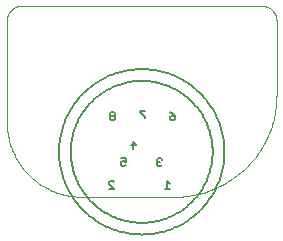
<source format=gbo>
G75*
%MOIN*%
%OFA0B0*%
%FSLAX25Y25*%
%IPPOS*%
%LPD*%
%AMOC8*
5,1,8,0,0,1.08239X$1,22.5*
%
%ADD10C,0.00000*%
%ADD11C,0.00700*%
%ADD12C,0.00500*%
D10*
X0026600Y0013809D02*
X0057514Y0013809D01*
X0026600Y0013809D02*
X0025996Y0013816D01*
X0025392Y0013838D01*
X0024789Y0013875D01*
X0024187Y0013926D01*
X0023587Y0013991D01*
X0022988Y0014071D01*
X0022391Y0014166D01*
X0021797Y0014275D01*
X0021205Y0014398D01*
X0020617Y0014535D01*
X0020032Y0014687D01*
X0019451Y0014853D01*
X0018875Y0015033D01*
X0018302Y0015226D01*
X0017735Y0015434D01*
X0017173Y0015655D01*
X0016616Y0015889D01*
X0016065Y0016137D01*
X0015520Y0016398D01*
X0014982Y0016673D01*
X0014450Y0016960D01*
X0013926Y0017260D01*
X0013409Y0017572D01*
X0012900Y0017897D01*
X0012398Y0018234D01*
X0011905Y0018584D01*
X0011421Y0018945D01*
X0010945Y0019317D01*
X0010479Y0019701D01*
X0010022Y0020096D01*
X0009575Y0020502D01*
X0009137Y0020919D01*
X0008710Y0021346D01*
X0008293Y0021784D01*
X0007887Y0022231D01*
X0007492Y0022688D01*
X0007108Y0023154D01*
X0006736Y0023630D01*
X0006375Y0024114D01*
X0006025Y0024607D01*
X0005688Y0025109D01*
X0005363Y0025618D01*
X0005051Y0026135D01*
X0004751Y0026659D01*
X0004464Y0027191D01*
X0004189Y0027729D01*
X0003928Y0028274D01*
X0003680Y0028825D01*
X0003446Y0029382D01*
X0003225Y0029944D01*
X0003017Y0030511D01*
X0002824Y0031084D01*
X0002644Y0031660D01*
X0002478Y0032241D01*
X0002326Y0032826D01*
X0002189Y0033414D01*
X0002066Y0034006D01*
X0001957Y0034600D01*
X0001862Y0035197D01*
X0001782Y0035796D01*
X0001717Y0036396D01*
X0001666Y0036998D01*
X0001629Y0037601D01*
X0001607Y0038205D01*
X0001600Y0038809D01*
X0001600Y0072510D01*
X0001602Y0072650D01*
X0001608Y0072790D01*
X0001618Y0072930D01*
X0001631Y0073070D01*
X0001649Y0073209D01*
X0001671Y0073348D01*
X0001696Y0073485D01*
X0001725Y0073623D01*
X0001758Y0073759D01*
X0001795Y0073894D01*
X0001836Y0074028D01*
X0001881Y0074161D01*
X0001929Y0074293D01*
X0001981Y0074423D01*
X0002036Y0074552D01*
X0002095Y0074679D01*
X0002158Y0074805D01*
X0002224Y0074929D01*
X0002293Y0075050D01*
X0002366Y0075170D01*
X0002443Y0075288D01*
X0002522Y0075403D01*
X0002605Y0075517D01*
X0002691Y0075627D01*
X0002780Y0075736D01*
X0002872Y0075842D01*
X0002967Y0075945D01*
X0003064Y0076046D01*
X0003165Y0076143D01*
X0003268Y0076238D01*
X0003374Y0076330D01*
X0003483Y0076419D01*
X0003593Y0076505D01*
X0003707Y0076588D01*
X0003822Y0076667D01*
X0003940Y0076744D01*
X0004060Y0076817D01*
X0004181Y0076886D01*
X0004305Y0076952D01*
X0004431Y0077015D01*
X0004558Y0077074D01*
X0004687Y0077129D01*
X0004817Y0077181D01*
X0004949Y0077229D01*
X0005082Y0077274D01*
X0005216Y0077315D01*
X0005351Y0077352D01*
X0005487Y0077385D01*
X0005625Y0077414D01*
X0005762Y0077439D01*
X0005901Y0077461D01*
X0006040Y0077479D01*
X0006180Y0077492D01*
X0006320Y0077502D01*
X0006460Y0077508D01*
X0006600Y0077510D01*
X0086521Y0077510D01*
X0086661Y0077508D01*
X0086801Y0077502D01*
X0086941Y0077492D01*
X0087081Y0077479D01*
X0087220Y0077461D01*
X0087359Y0077439D01*
X0087496Y0077414D01*
X0087634Y0077385D01*
X0087770Y0077352D01*
X0087905Y0077315D01*
X0088039Y0077274D01*
X0088172Y0077229D01*
X0088304Y0077181D01*
X0088434Y0077129D01*
X0088563Y0077074D01*
X0088690Y0077015D01*
X0088816Y0076952D01*
X0088940Y0076886D01*
X0089061Y0076817D01*
X0089181Y0076744D01*
X0089299Y0076667D01*
X0089414Y0076588D01*
X0089528Y0076505D01*
X0089638Y0076419D01*
X0089747Y0076330D01*
X0089853Y0076238D01*
X0089956Y0076143D01*
X0090057Y0076046D01*
X0090154Y0075945D01*
X0090249Y0075842D01*
X0090341Y0075736D01*
X0090430Y0075627D01*
X0090516Y0075517D01*
X0090599Y0075403D01*
X0090678Y0075288D01*
X0090755Y0075170D01*
X0090828Y0075050D01*
X0090897Y0074929D01*
X0090963Y0074805D01*
X0091026Y0074679D01*
X0091085Y0074552D01*
X0091140Y0074423D01*
X0091192Y0074293D01*
X0091240Y0074161D01*
X0091285Y0074028D01*
X0091326Y0073894D01*
X0091363Y0073759D01*
X0091396Y0073623D01*
X0091425Y0073485D01*
X0091450Y0073348D01*
X0091472Y0073209D01*
X0091490Y0073070D01*
X0091503Y0072930D01*
X0091513Y0072790D01*
X0091519Y0072650D01*
X0091521Y0072510D01*
X0091521Y0047817D01*
X0091522Y0047817D02*
X0091512Y0046995D01*
X0091482Y0046174D01*
X0091433Y0045354D01*
X0091363Y0044535D01*
X0091274Y0043718D01*
X0091165Y0042903D01*
X0091037Y0042092D01*
X0090888Y0041283D01*
X0090721Y0040479D01*
X0090534Y0039678D01*
X0090327Y0038883D01*
X0090102Y0038093D01*
X0089858Y0037308D01*
X0089594Y0036529D01*
X0089312Y0035758D01*
X0089011Y0034993D01*
X0088692Y0034235D01*
X0088355Y0033486D01*
X0088000Y0032745D01*
X0087627Y0032013D01*
X0087236Y0031290D01*
X0086828Y0030576D01*
X0086403Y0029873D01*
X0085961Y0029180D01*
X0085502Y0028498D01*
X0085027Y0027828D01*
X0084536Y0027169D01*
X0084029Y0026522D01*
X0083507Y0025887D01*
X0082969Y0025266D01*
X0082417Y0024657D01*
X0081850Y0024062D01*
X0081269Y0023481D01*
X0080674Y0022914D01*
X0080065Y0022362D01*
X0079444Y0021824D01*
X0078809Y0021302D01*
X0078162Y0020795D01*
X0077503Y0020304D01*
X0076833Y0019829D01*
X0076151Y0019370D01*
X0075458Y0018928D01*
X0074755Y0018503D01*
X0074041Y0018095D01*
X0073318Y0017704D01*
X0072586Y0017331D01*
X0071845Y0016976D01*
X0071096Y0016639D01*
X0070338Y0016320D01*
X0069573Y0016019D01*
X0068802Y0015737D01*
X0068023Y0015473D01*
X0067238Y0015229D01*
X0066448Y0015004D01*
X0065653Y0014797D01*
X0064852Y0014610D01*
X0064048Y0014443D01*
X0063239Y0014294D01*
X0062428Y0014166D01*
X0061613Y0014057D01*
X0060796Y0013968D01*
X0059977Y0013898D01*
X0059157Y0013849D01*
X0058336Y0013819D01*
X0057514Y0013809D01*
D11*
X0055947Y0016535D02*
X0054279Y0016535D01*
X0055113Y0016535D02*
X0055113Y0019038D01*
X0055947Y0018204D01*
X0052980Y0024134D02*
X0052146Y0024134D01*
X0051729Y0024551D01*
X0051729Y0024968D01*
X0052146Y0025385D01*
X0052563Y0025385D01*
X0052146Y0025385D02*
X0051729Y0025802D01*
X0051729Y0026219D01*
X0052146Y0026636D01*
X0052980Y0026636D01*
X0053397Y0026219D01*
X0053397Y0024551D02*
X0052980Y0024134D01*
X0044785Y0030961D02*
X0043117Y0030961D01*
X0043534Y0029710D02*
X0043534Y0032212D01*
X0044785Y0030961D01*
X0041262Y0026636D02*
X0041262Y0025385D01*
X0040428Y0025802D01*
X0040011Y0025802D01*
X0039594Y0025385D01*
X0039594Y0024551D01*
X0040011Y0024134D01*
X0040845Y0024134D01*
X0041262Y0024551D01*
X0041262Y0026636D02*
X0039594Y0026636D01*
X0036981Y0019038D02*
X0036147Y0019038D01*
X0035730Y0018621D01*
X0035730Y0018204D01*
X0037398Y0016535D01*
X0035730Y0016535D01*
X0037398Y0018621D02*
X0036981Y0019038D01*
X0037306Y0039434D02*
X0036472Y0039434D01*
X0036055Y0039851D01*
X0036055Y0040268D01*
X0036472Y0040685D01*
X0037306Y0040685D01*
X0037723Y0041102D01*
X0037723Y0041519D01*
X0037306Y0041936D01*
X0036472Y0041936D01*
X0036055Y0041519D01*
X0036055Y0041102D01*
X0036472Y0040685D01*
X0037306Y0040685D02*
X0037723Y0040268D01*
X0037723Y0039851D01*
X0037306Y0039434D01*
X0046055Y0042144D02*
X0047723Y0040476D01*
X0047723Y0040059D01*
X0047723Y0042561D02*
X0046055Y0042561D01*
X0046055Y0042144D01*
X0056055Y0041936D02*
X0056889Y0041519D01*
X0057723Y0040685D01*
X0056472Y0040685D01*
X0056055Y0040268D01*
X0056055Y0039851D01*
X0056472Y0039434D01*
X0057306Y0039434D01*
X0057723Y0039851D01*
X0057723Y0040685D01*
D12*
X0019041Y0028809D02*
X0019049Y0029485D01*
X0019074Y0030161D01*
X0019116Y0030836D01*
X0019174Y0031510D01*
X0019248Y0032183D01*
X0019339Y0032853D01*
X0019447Y0033521D01*
X0019571Y0034185D01*
X0019711Y0034847D01*
X0019867Y0035505D01*
X0020039Y0036159D01*
X0020228Y0036809D01*
X0020432Y0037454D01*
X0020652Y0038093D01*
X0020888Y0038727D01*
X0021139Y0039355D01*
X0021405Y0039977D01*
X0021687Y0040592D01*
X0021984Y0041200D01*
X0022295Y0041800D01*
X0022621Y0042393D01*
X0022962Y0042977D01*
X0023317Y0043553D01*
X0023686Y0044120D01*
X0024068Y0044678D01*
X0024464Y0045226D01*
X0024874Y0045764D01*
X0025297Y0046292D01*
X0025732Y0046810D01*
X0026180Y0047316D01*
X0026640Y0047812D01*
X0027113Y0048296D01*
X0027597Y0048769D01*
X0028093Y0049229D01*
X0028599Y0049677D01*
X0029117Y0050112D01*
X0029645Y0050535D01*
X0030183Y0050945D01*
X0030731Y0051341D01*
X0031289Y0051723D01*
X0031856Y0052092D01*
X0032432Y0052447D01*
X0033016Y0052788D01*
X0033609Y0053114D01*
X0034209Y0053425D01*
X0034817Y0053722D01*
X0035432Y0054004D01*
X0036054Y0054270D01*
X0036682Y0054521D01*
X0037316Y0054757D01*
X0037955Y0054977D01*
X0038600Y0055181D01*
X0039250Y0055370D01*
X0039904Y0055542D01*
X0040562Y0055698D01*
X0041224Y0055838D01*
X0041888Y0055962D01*
X0042556Y0056070D01*
X0043226Y0056161D01*
X0043899Y0056235D01*
X0044573Y0056293D01*
X0045248Y0056335D01*
X0045924Y0056360D01*
X0046600Y0056368D01*
X0047276Y0056360D01*
X0047952Y0056335D01*
X0048627Y0056293D01*
X0049301Y0056235D01*
X0049974Y0056161D01*
X0050644Y0056070D01*
X0051312Y0055962D01*
X0051976Y0055838D01*
X0052638Y0055698D01*
X0053296Y0055542D01*
X0053950Y0055370D01*
X0054600Y0055181D01*
X0055245Y0054977D01*
X0055884Y0054757D01*
X0056518Y0054521D01*
X0057146Y0054270D01*
X0057768Y0054004D01*
X0058383Y0053722D01*
X0058991Y0053425D01*
X0059591Y0053114D01*
X0060184Y0052788D01*
X0060768Y0052447D01*
X0061344Y0052092D01*
X0061911Y0051723D01*
X0062469Y0051341D01*
X0063017Y0050945D01*
X0063555Y0050535D01*
X0064083Y0050112D01*
X0064601Y0049677D01*
X0065107Y0049229D01*
X0065603Y0048769D01*
X0066087Y0048296D01*
X0066560Y0047812D01*
X0067020Y0047316D01*
X0067468Y0046810D01*
X0067903Y0046292D01*
X0068326Y0045764D01*
X0068736Y0045226D01*
X0069132Y0044678D01*
X0069514Y0044120D01*
X0069883Y0043553D01*
X0070238Y0042977D01*
X0070579Y0042393D01*
X0070905Y0041800D01*
X0071216Y0041200D01*
X0071513Y0040592D01*
X0071795Y0039977D01*
X0072061Y0039355D01*
X0072312Y0038727D01*
X0072548Y0038093D01*
X0072768Y0037454D01*
X0072972Y0036809D01*
X0073161Y0036159D01*
X0073333Y0035505D01*
X0073489Y0034847D01*
X0073629Y0034185D01*
X0073753Y0033521D01*
X0073861Y0032853D01*
X0073952Y0032183D01*
X0074026Y0031510D01*
X0074084Y0030836D01*
X0074126Y0030161D01*
X0074151Y0029485D01*
X0074159Y0028809D01*
X0074151Y0028133D01*
X0074126Y0027457D01*
X0074084Y0026782D01*
X0074026Y0026108D01*
X0073952Y0025435D01*
X0073861Y0024765D01*
X0073753Y0024097D01*
X0073629Y0023433D01*
X0073489Y0022771D01*
X0073333Y0022113D01*
X0073161Y0021459D01*
X0072972Y0020809D01*
X0072768Y0020164D01*
X0072548Y0019525D01*
X0072312Y0018891D01*
X0072061Y0018263D01*
X0071795Y0017641D01*
X0071513Y0017026D01*
X0071216Y0016418D01*
X0070905Y0015818D01*
X0070579Y0015225D01*
X0070238Y0014641D01*
X0069883Y0014065D01*
X0069514Y0013498D01*
X0069132Y0012940D01*
X0068736Y0012392D01*
X0068326Y0011854D01*
X0067903Y0011326D01*
X0067468Y0010808D01*
X0067020Y0010302D01*
X0066560Y0009806D01*
X0066087Y0009322D01*
X0065603Y0008849D01*
X0065107Y0008389D01*
X0064601Y0007941D01*
X0064083Y0007506D01*
X0063555Y0007083D01*
X0063017Y0006673D01*
X0062469Y0006277D01*
X0061911Y0005895D01*
X0061344Y0005526D01*
X0060768Y0005171D01*
X0060184Y0004830D01*
X0059591Y0004504D01*
X0058991Y0004193D01*
X0058383Y0003896D01*
X0057768Y0003614D01*
X0057146Y0003348D01*
X0056518Y0003097D01*
X0055884Y0002861D01*
X0055245Y0002641D01*
X0054600Y0002437D01*
X0053950Y0002248D01*
X0053296Y0002076D01*
X0052638Y0001920D01*
X0051976Y0001780D01*
X0051312Y0001656D01*
X0050644Y0001548D01*
X0049974Y0001457D01*
X0049301Y0001383D01*
X0048627Y0001325D01*
X0047952Y0001283D01*
X0047276Y0001258D01*
X0046600Y0001250D01*
X0045924Y0001258D01*
X0045248Y0001283D01*
X0044573Y0001325D01*
X0043899Y0001383D01*
X0043226Y0001457D01*
X0042556Y0001548D01*
X0041888Y0001656D01*
X0041224Y0001780D01*
X0040562Y0001920D01*
X0039904Y0002076D01*
X0039250Y0002248D01*
X0038600Y0002437D01*
X0037955Y0002641D01*
X0037316Y0002861D01*
X0036682Y0003097D01*
X0036054Y0003348D01*
X0035432Y0003614D01*
X0034817Y0003896D01*
X0034209Y0004193D01*
X0033609Y0004504D01*
X0033016Y0004830D01*
X0032432Y0005171D01*
X0031856Y0005526D01*
X0031289Y0005895D01*
X0030731Y0006277D01*
X0030183Y0006673D01*
X0029645Y0007083D01*
X0029117Y0007506D01*
X0028599Y0007941D01*
X0028093Y0008389D01*
X0027597Y0008849D01*
X0027113Y0009322D01*
X0026640Y0009806D01*
X0026180Y0010302D01*
X0025732Y0010808D01*
X0025297Y0011326D01*
X0024874Y0011854D01*
X0024464Y0012392D01*
X0024068Y0012940D01*
X0023686Y0013498D01*
X0023317Y0014065D01*
X0022962Y0014641D01*
X0022621Y0015225D01*
X0022295Y0015818D01*
X0021984Y0016418D01*
X0021687Y0017026D01*
X0021405Y0017641D01*
X0021139Y0018263D01*
X0020888Y0018891D01*
X0020652Y0019525D01*
X0020432Y0020164D01*
X0020228Y0020809D01*
X0020039Y0021459D01*
X0019867Y0022113D01*
X0019711Y0022771D01*
X0019571Y0023433D01*
X0019447Y0024097D01*
X0019339Y0024765D01*
X0019248Y0025435D01*
X0019174Y0026108D01*
X0019116Y0026782D01*
X0019074Y0027457D01*
X0019049Y0028133D01*
X0019041Y0028809D01*
X0022978Y0028809D02*
X0022985Y0029389D01*
X0023006Y0029968D01*
X0023042Y0030547D01*
X0023092Y0031124D01*
X0023156Y0031701D01*
X0023234Y0032275D01*
X0023326Y0032847D01*
X0023432Y0033417D01*
X0023552Y0033985D01*
X0023686Y0034549D01*
X0023834Y0035109D01*
X0023995Y0035666D01*
X0024170Y0036219D01*
X0024359Y0036767D01*
X0024561Y0037310D01*
X0024776Y0037849D01*
X0025005Y0038382D01*
X0025246Y0038909D01*
X0025500Y0039430D01*
X0025767Y0039944D01*
X0026047Y0040452D01*
X0026339Y0040953D01*
X0026643Y0041447D01*
X0026959Y0041933D01*
X0027287Y0042411D01*
X0027627Y0042881D01*
X0027978Y0043342D01*
X0028340Y0043795D01*
X0028713Y0044238D01*
X0029097Y0044673D01*
X0029492Y0045097D01*
X0029897Y0045512D01*
X0030312Y0045917D01*
X0030736Y0046312D01*
X0031171Y0046696D01*
X0031614Y0047069D01*
X0032067Y0047431D01*
X0032528Y0047782D01*
X0032998Y0048122D01*
X0033476Y0048450D01*
X0033962Y0048766D01*
X0034456Y0049070D01*
X0034957Y0049362D01*
X0035465Y0049642D01*
X0035979Y0049909D01*
X0036500Y0050163D01*
X0037027Y0050404D01*
X0037560Y0050633D01*
X0038099Y0050848D01*
X0038642Y0051050D01*
X0039190Y0051239D01*
X0039743Y0051414D01*
X0040300Y0051575D01*
X0040860Y0051723D01*
X0041424Y0051857D01*
X0041992Y0051977D01*
X0042562Y0052083D01*
X0043134Y0052175D01*
X0043708Y0052253D01*
X0044285Y0052317D01*
X0044862Y0052367D01*
X0045441Y0052403D01*
X0046020Y0052424D01*
X0046600Y0052431D01*
X0047180Y0052424D01*
X0047759Y0052403D01*
X0048338Y0052367D01*
X0048915Y0052317D01*
X0049492Y0052253D01*
X0050066Y0052175D01*
X0050638Y0052083D01*
X0051208Y0051977D01*
X0051776Y0051857D01*
X0052340Y0051723D01*
X0052900Y0051575D01*
X0053457Y0051414D01*
X0054010Y0051239D01*
X0054558Y0051050D01*
X0055101Y0050848D01*
X0055640Y0050633D01*
X0056173Y0050404D01*
X0056700Y0050163D01*
X0057221Y0049909D01*
X0057735Y0049642D01*
X0058243Y0049362D01*
X0058744Y0049070D01*
X0059238Y0048766D01*
X0059724Y0048450D01*
X0060202Y0048122D01*
X0060672Y0047782D01*
X0061133Y0047431D01*
X0061586Y0047069D01*
X0062029Y0046696D01*
X0062464Y0046312D01*
X0062888Y0045917D01*
X0063303Y0045512D01*
X0063708Y0045097D01*
X0064103Y0044673D01*
X0064487Y0044238D01*
X0064860Y0043795D01*
X0065222Y0043342D01*
X0065573Y0042881D01*
X0065913Y0042411D01*
X0066241Y0041933D01*
X0066557Y0041447D01*
X0066861Y0040953D01*
X0067153Y0040452D01*
X0067433Y0039944D01*
X0067700Y0039430D01*
X0067954Y0038909D01*
X0068195Y0038382D01*
X0068424Y0037849D01*
X0068639Y0037310D01*
X0068841Y0036767D01*
X0069030Y0036219D01*
X0069205Y0035666D01*
X0069366Y0035109D01*
X0069514Y0034549D01*
X0069648Y0033985D01*
X0069768Y0033417D01*
X0069874Y0032847D01*
X0069966Y0032275D01*
X0070044Y0031701D01*
X0070108Y0031124D01*
X0070158Y0030547D01*
X0070194Y0029968D01*
X0070215Y0029389D01*
X0070222Y0028809D01*
X0070215Y0028229D01*
X0070194Y0027650D01*
X0070158Y0027071D01*
X0070108Y0026494D01*
X0070044Y0025917D01*
X0069966Y0025343D01*
X0069874Y0024771D01*
X0069768Y0024201D01*
X0069648Y0023633D01*
X0069514Y0023069D01*
X0069366Y0022509D01*
X0069205Y0021952D01*
X0069030Y0021399D01*
X0068841Y0020851D01*
X0068639Y0020308D01*
X0068424Y0019769D01*
X0068195Y0019236D01*
X0067954Y0018709D01*
X0067700Y0018188D01*
X0067433Y0017674D01*
X0067153Y0017166D01*
X0066861Y0016665D01*
X0066557Y0016171D01*
X0066241Y0015685D01*
X0065913Y0015207D01*
X0065573Y0014737D01*
X0065222Y0014276D01*
X0064860Y0013823D01*
X0064487Y0013380D01*
X0064103Y0012945D01*
X0063708Y0012521D01*
X0063303Y0012106D01*
X0062888Y0011701D01*
X0062464Y0011306D01*
X0062029Y0010922D01*
X0061586Y0010549D01*
X0061133Y0010187D01*
X0060672Y0009836D01*
X0060202Y0009496D01*
X0059724Y0009168D01*
X0059238Y0008852D01*
X0058744Y0008548D01*
X0058243Y0008256D01*
X0057735Y0007976D01*
X0057221Y0007709D01*
X0056700Y0007455D01*
X0056173Y0007214D01*
X0055640Y0006985D01*
X0055101Y0006770D01*
X0054558Y0006568D01*
X0054010Y0006379D01*
X0053457Y0006204D01*
X0052900Y0006043D01*
X0052340Y0005895D01*
X0051776Y0005761D01*
X0051208Y0005641D01*
X0050638Y0005535D01*
X0050066Y0005443D01*
X0049492Y0005365D01*
X0048915Y0005301D01*
X0048338Y0005251D01*
X0047759Y0005215D01*
X0047180Y0005194D01*
X0046600Y0005187D01*
X0046020Y0005194D01*
X0045441Y0005215D01*
X0044862Y0005251D01*
X0044285Y0005301D01*
X0043708Y0005365D01*
X0043134Y0005443D01*
X0042562Y0005535D01*
X0041992Y0005641D01*
X0041424Y0005761D01*
X0040860Y0005895D01*
X0040300Y0006043D01*
X0039743Y0006204D01*
X0039190Y0006379D01*
X0038642Y0006568D01*
X0038099Y0006770D01*
X0037560Y0006985D01*
X0037027Y0007214D01*
X0036500Y0007455D01*
X0035979Y0007709D01*
X0035465Y0007976D01*
X0034957Y0008256D01*
X0034456Y0008548D01*
X0033962Y0008852D01*
X0033476Y0009168D01*
X0032998Y0009496D01*
X0032528Y0009836D01*
X0032067Y0010187D01*
X0031614Y0010549D01*
X0031171Y0010922D01*
X0030736Y0011306D01*
X0030312Y0011701D01*
X0029897Y0012106D01*
X0029492Y0012521D01*
X0029097Y0012945D01*
X0028713Y0013380D01*
X0028340Y0013823D01*
X0027978Y0014276D01*
X0027627Y0014737D01*
X0027287Y0015207D01*
X0026959Y0015685D01*
X0026643Y0016171D01*
X0026339Y0016665D01*
X0026047Y0017166D01*
X0025767Y0017674D01*
X0025500Y0018188D01*
X0025246Y0018709D01*
X0025005Y0019236D01*
X0024776Y0019769D01*
X0024561Y0020308D01*
X0024359Y0020851D01*
X0024170Y0021399D01*
X0023995Y0021952D01*
X0023834Y0022509D01*
X0023686Y0023069D01*
X0023552Y0023633D01*
X0023432Y0024201D01*
X0023326Y0024771D01*
X0023234Y0025343D01*
X0023156Y0025917D01*
X0023092Y0026494D01*
X0023042Y0027071D01*
X0023006Y0027650D01*
X0022985Y0028229D01*
X0022978Y0028809D01*
M02*

</source>
